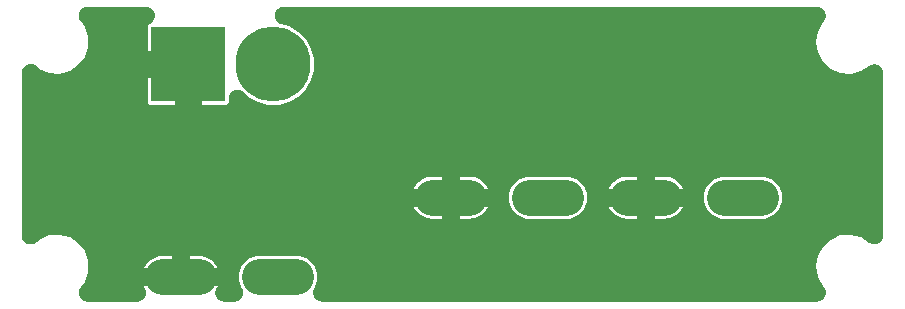
<source format=gbr>
G04 EAGLE Gerber RS-274X export*
G75*
%MOMM*%
%FSLAX34Y34*%
%LPD*%
%INBottom Copper*%
%IPPOS*%
%AMOC8*
5,1,8,0,0,1.08239X$1,22.5*%
G01*
%ADD10C,3.048000*%
%ADD11R,6.350000X6.350000*%
%ADD12C,6.350000*%

G36*
X139423Y40269D02*
X139423Y40269D01*
X139480Y40267D01*
X139812Y40289D01*
X140145Y40306D01*
X140202Y40314D01*
X140259Y40318D01*
X140587Y40374D01*
X140916Y40425D01*
X140972Y40440D01*
X141028Y40449D01*
X141348Y40538D01*
X141671Y40623D01*
X141725Y40643D01*
X141780Y40658D01*
X142089Y40780D01*
X142402Y40897D01*
X142453Y40922D01*
X142507Y40943D01*
X142803Y41096D01*
X143101Y41244D01*
X143149Y41275D01*
X143200Y41301D01*
X143480Y41484D01*
X143761Y41661D01*
X143806Y41697D01*
X143854Y41728D01*
X144113Y41938D01*
X144374Y42144D01*
X144416Y42183D01*
X144460Y42219D01*
X144695Y42454D01*
X144936Y42686D01*
X144973Y42730D01*
X145013Y42770D01*
X145223Y43028D01*
X145438Y43283D01*
X145470Y43330D01*
X145507Y43375D01*
X145690Y43653D01*
X145877Y43928D01*
X145904Y43979D01*
X145936Y44027D01*
X146089Y44322D01*
X146248Y44615D01*
X146270Y44668D01*
X146296Y44719D01*
X146419Y45029D01*
X146546Y45337D01*
X146562Y45391D01*
X146584Y45445D01*
X146674Y45765D01*
X146769Y46084D01*
X146780Y46141D01*
X146795Y46196D01*
X146852Y46523D01*
X146914Y46851D01*
X146919Y46909D01*
X146929Y46965D01*
X146952Y47297D01*
X146981Y47629D01*
X146980Y47686D01*
X146984Y47743D01*
X146973Y48076D01*
X146967Y48409D01*
X146960Y48466D01*
X146958Y48523D01*
X146913Y48854D01*
X146873Y49184D01*
X146861Y49240D01*
X146853Y49297D01*
X146774Y49621D01*
X146701Y49945D01*
X146683Y50000D01*
X146669Y50055D01*
X146558Y50370D01*
X146452Y50685D01*
X146428Y50737D01*
X146409Y50791D01*
X146267Y51091D01*
X146128Y51395D01*
X146099Y51445D01*
X146075Y51496D01*
X145817Y51939D01*
X145473Y52486D01*
X144994Y53481D01*
X207606Y53481D01*
X207127Y52486D01*
X206783Y51939D01*
X206755Y51889D01*
X206723Y51841D01*
X206565Y51548D01*
X206402Y51258D01*
X206380Y51205D01*
X206352Y51155D01*
X206225Y50847D01*
X206093Y50541D01*
X206076Y50486D01*
X206054Y50433D01*
X205959Y50115D01*
X205859Y49796D01*
X205847Y49740D01*
X205831Y49685D01*
X205769Y49358D01*
X205702Y49032D01*
X205696Y48975D01*
X205686Y48919D01*
X205657Y48587D01*
X205624Y48255D01*
X205624Y48198D01*
X205619Y48141D01*
X205625Y47809D01*
X205626Y47475D01*
X205632Y47418D01*
X205633Y47361D01*
X205673Y47031D01*
X205708Y46699D01*
X205720Y46642D01*
X205727Y46586D01*
X205800Y46262D01*
X205869Y45935D01*
X205886Y45880D01*
X205899Y45825D01*
X206005Y45509D01*
X206107Y45192D01*
X206130Y45139D01*
X206148Y45085D01*
X206287Y44781D01*
X206420Y44477D01*
X206448Y44427D01*
X206472Y44375D01*
X206641Y44086D01*
X206804Y43797D01*
X206838Y43751D01*
X206866Y43701D01*
X207063Y43433D01*
X207256Y43161D01*
X207294Y43118D01*
X207328Y43072D01*
X207551Y42825D01*
X207771Y42574D01*
X207813Y42535D01*
X207851Y42493D01*
X208099Y42270D01*
X208343Y42043D01*
X208389Y42009D01*
X208431Y41970D01*
X208700Y41774D01*
X208966Y41574D01*
X209015Y41544D01*
X209061Y41510D01*
X209349Y41342D01*
X209634Y41170D01*
X209686Y41145D01*
X209735Y41117D01*
X210039Y40979D01*
X210340Y40837D01*
X210394Y40818D01*
X210446Y40794D01*
X210762Y40688D01*
X211076Y40578D01*
X211132Y40564D01*
X211186Y40546D01*
X211512Y40473D01*
X211835Y40395D01*
X211892Y40388D01*
X211948Y40375D01*
X212278Y40336D01*
X212609Y40291D01*
X212666Y40290D01*
X212723Y40283D01*
X213234Y40266D01*
X221541Y40266D01*
X221738Y40276D01*
X221934Y40276D01*
X222127Y40296D01*
X222321Y40306D01*
X222515Y40336D01*
X222711Y40356D01*
X222901Y40396D01*
X223092Y40425D01*
X223282Y40475D01*
X223475Y40515D01*
X223659Y40574D01*
X223847Y40623D01*
X224031Y40692D01*
X224219Y40752D01*
X224396Y40829D01*
X224578Y40897D01*
X224754Y40985D01*
X224934Y41063D01*
X225103Y41158D01*
X225277Y41244D01*
X225443Y41349D01*
X225614Y41446D01*
X225772Y41558D01*
X225936Y41661D01*
X226091Y41783D01*
X226252Y41896D01*
X226397Y42024D01*
X226550Y42144D01*
X226692Y42281D01*
X226840Y42410D01*
X226972Y42551D01*
X227111Y42686D01*
X227238Y42837D01*
X227372Y42981D01*
X227489Y43135D01*
X227614Y43283D01*
X227724Y43446D01*
X227843Y43603D01*
X227944Y43768D01*
X228053Y43928D01*
X228146Y44102D01*
X228248Y44270D01*
X228331Y44445D01*
X228423Y44615D01*
X228498Y44797D01*
X228583Y44975D01*
X228647Y45158D01*
X228722Y45337D01*
X228778Y45525D01*
X228844Y45711D01*
X228889Y45899D01*
X228945Y46084D01*
X228981Y46278D01*
X229028Y46469D01*
X229054Y46661D01*
X229090Y46851D01*
X229107Y47048D01*
X229133Y47242D01*
X229140Y47436D01*
X229156Y47629D01*
X229153Y47826D01*
X229159Y48022D01*
X229146Y48216D01*
X229142Y48409D01*
X229119Y48605D01*
X229105Y48801D01*
X229072Y48992D01*
X229049Y49184D01*
X229005Y49376D01*
X228972Y49570D01*
X228919Y49756D01*
X228876Y49945D01*
X228814Y50132D01*
X228760Y50321D01*
X228657Y50597D01*
X228627Y50685D01*
X228608Y50727D01*
X228580Y50801D01*
X225779Y57563D01*
X225779Y64637D01*
X228486Y71172D01*
X233488Y76174D01*
X240023Y78881D01*
X277577Y78881D01*
X284112Y76174D01*
X289114Y71172D01*
X291821Y64637D01*
X291821Y57563D01*
X289020Y50801D01*
X288954Y50615D01*
X288878Y50433D01*
X288823Y50248D01*
X288758Y50065D01*
X288712Y49874D01*
X288655Y49685D01*
X288619Y49495D01*
X288574Y49307D01*
X288547Y49112D01*
X288510Y48919D01*
X288494Y48726D01*
X288467Y48534D01*
X288461Y48337D01*
X288444Y48141D01*
X288447Y47948D01*
X288441Y47754D01*
X288454Y47557D01*
X288458Y47361D01*
X288481Y47168D01*
X288494Y46975D01*
X288528Y46781D01*
X288551Y46586D01*
X288594Y46397D01*
X288627Y46206D01*
X288680Y46017D01*
X288724Y45825D01*
X288785Y45641D01*
X288838Y45455D01*
X288910Y45271D01*
X288973Y45085D01*
X289053Y44909D01*
X289124Y44729D01*
X289215Y44554D01*
X289296Y44375D01*
X289395Y44207D01*
X289484Y44036D01*
X289591Y43871D01*
X289691Y43701D01*
X289806Y43545D01*
X289912Y43383D01*
X290036Y43231D01*
X290152Y43072D01*
X290282Y42928D01*
X290405Y42778D01*
X290544Y42639D01*
X290676Y42493D01*
X290820Y42363D01*
X290957Y42226D01*
X291110Y42102D01*
X291256Y41970D01*
X291412Y41856D01*
X291562Y41734D01*
X291727Y41626D01*
X291886Y41510D01*
X292053Y41413D01*
X292215Y41306D01*
X292390Y41216D01*
X292560Y41117D01*
X292736Y41037D01*
X292908Y40948D01*
X293092Y40876D01*
X293271Y40794D01*
X293454Y40733D01*
X293635Y40662D01*
X293824Y40609D01*
X294011Y40546D01*
X294199Y40504D01*
X294386Y40452D01*
X294580Y40418D01*
X294772Y40375D01*
X294964Y40352D01*
X295155Y40319D01*
X295352Y40306D01*
X295547Y40283D01*
X295841Y40273D01*
X295934Y40267D01*
X295980Y40268D01*
X296059Y40266D01*
X714873Y40266D01*
X715161Y40281D01*
X715450Y40288D01*
X715550Y40300D01*
X715652Y40306D01*
X715938Y40350D01*
X716224Y40386D01*
X716323Y40410D01*
X716423Y40425D01*
X716703Y40498D01*
X716984Y40564D01*
X717080Y40597D01*
X717178Y40623D01*
X717449Y40724D01*
X717722Y40818D01*
X717814Y40861D01*
X717909Y40897D01*
X718168Y41026D01*
X718430Y41147D01*
X718517Y41199D01*
X718608Y41244D01*
X718852Y41399D01*
X719100Y41546D01*
X719182Y41607D01*
X719268Y41661D01*
X719495Y41840D01*
X719727Y42012D01*
X719802Y42081D01*
X719882Y42144D01*
X720089Y42344D01*
X720302Y42539D01*
X720369Y42615D01*
X720443Y42686D01*
X720629Y42907D01*
X720820Y43123D01*
X720880Y43205D01*
X720945Y43283D01*
X721108Y43522D01*
X721276Y43756D01*
X721327Y43844D01*
X721384Y43928D01*
X721521Y44183D01*
X721665Y44433D01*
X721706Y44526D01*
X721755Y44615D01*
X721865Y44882D01*
X721983Y45146D01*
X722014Y45243D01*
X722053Y45337D01*
X722136Y45613D01*
X722226Y45888D01*
X722247Y45987D01*
X722276Y46084D01*
X722330Y46368D01*
X722391Y46650D01*
X722403Y46751D01*
X722422Y46851D01*
X722446Y47139D01*
X722478Y47426D01*
X722479Y47528D01*
X722488Y47629D01*
X722483Y47917D01*
X722485Y48206D01*
X722476Y48308D01*
X722474Y48409D01*
X722439Y48696D01*
X722412Y48983D01*
X722393Y49083D01*
X722380Y49184D01*
X722317Y49465D01*
X722260Y49749D01*
X722231Y49846D01*
X722208Y49945D01*
X722116Y50219D01*
X722031Y50495D01*
X721991Y50589D01*
X721959Y50685D01*
X721839Y50948D01*
X721726Y51214D01*
X721678Y51302D01*
X721635Y51395D01*
X721489Y51645D01*
X721350Y51897D01*
X721292Y51981D01*
X721241Y52069D01*
X721070Y52302D01*
X720906Y52539D01*
X720839Y52616D01*
X720779Y52698D01*
X720586Y52912D01*
X720398Y53132D01*
X720303Y53225D01*
X720256Y53277D01*
X720187Y53339D01*
X720046Y53477D01*
X715806Y61314D01*
X714340Y70100D01*
X715806Y78886D01*
X720046Y86721D01*
X726599Y92754D01*
X734757Y96332D01*
X743635Y97068D01*
X752270Y94881D01*
X759448Y90192D01*
X759555Y90129D01*
X759659Y90059D01*
X759893Y89932D01*
X760122Y89799D01*
X760235Y89748D01*
X760345Y89688D01*
X760591Y89587D01*
X760833Y89477D01*
X760951Y89438D01*
X761067Y89390D01*
X761322Y89314D01*
X761573Y89230D01*
X761695Y89203D01*
X761815Y89167D01*
X762076Y89117D01*
X762335Y89059D01*
X762459Y89045D01*
X762581Y89022D01*
X762846Y88999D01*
X763110Y88968D01*
X763235Y88966D01*
X763359Y88955D01*
X763624Y88960D01*
X763890Y88956D01*
X764015Y88967D01*
X764139Y88969D01*
X764403Y89001D01*
X764668Y89024D01*
X764791Y89048D01*
X764914Y89063D01*
X765173Y89121D01*
X765434Y89171D01*
X765554Y89207D01*
X765675Y89235D01*
X765927Y89320D01*
X766182Y89396D01*
X766297Y89444D01*
X766415Y89484D01*
X766657Y89594D01*
X766902Y89697D01*
X767012Y89756D01*
X767125Y89808D01*
X767355Y89942D01*
X767588Y90069D01*
X767691Y90139D01*
X767799Y90202D01*
X768013Y90360D01*
X768232Y90510D01*
X768328Y90590D01*
X768428Y90664D01*
X768625Y90842D01*
X768828Y91014D01*
X768915Y91104D01*
X769007Y91187D01*
X769185Y91384D01*
X769369Y91576D01*
X769446Y91674D01*
X769530Y91767D01*
X769686Y91981D01*
X769850Y92191D01*
X769916Y92297D01*
X769990Y92397D01*
X770124Y92627D01*
X770265Y92852D01*
X770320Y92964D01*
X770383Y93071D01*
X770493Y93314D01*
X770611Y93552D01*
X770654Y93668D01*
X770706Y93782D01*
X770790Y94034D01*
X770883Y94283D01*
X770914Y94404D01*
X770954Y94522D01*
X771012Y94781D01*
X771079Y95039D01*
X771098Y95162D01*
X771125Y95284D01*
X771156Y95547D01*
X771196Y95810D01*
X771202Y95935D01*
X771217Y96059D01*
X771234Y96570D01*
X771234Y233630D01*
X771228Y233754D01*
X771230Y233879D01*
X771208Y234144D01*
X771194Y234409D01*
X771175Y234532D01*
X771165Y234657D01*
X771116Y234918D01*
X771075Y235180D01*
X771043Y235301D01*
X771020Y235424D01*
X770944Y235678D01*
X770877Y235935D01*
X770833Y236052D01*
X770798Y236172D01*
X770696Y236417D01*
X770603Y236666D01*
X770548Y236778D01*
X770500Y236893D01*
X770374Y237127D01*
X770256Y237365D01*
X770189Y237471D01*
X770130Y237580D01*
X769981Y237800D01*
X769839Y238025D01*
X769762Y238123D01*
X769692Y238226D01*
X769521Y238429D01*
X769356Y238639D01*
X769270Y238728D01*
X769190Y238824D01*
X768999Y239008D01*
X768814Y239200D01*
X768718Y239280D01*
X768629Y239367D01*
X768420Y239531D01*
X768217Y239702D01*
X768114Y239772D01*
X768016Y239850D01*
X767791Y239992D01*
X767572Y240141D01*
X767462Y240200D01*
X767356Y240267D01*
X767119Y240386D01*
X766885Y240512D01*
X766769Y240559D01*
X766658Y240615D01*
X766409Y240708D01*
X766163Y240810D01*
X766044Y240846D01*
X765927Y240890D01*
X765670Y240957D01*
X765416Y241033D01*
X765293Y241056D01*
X765172Y241088D01*
X764910Y241129D01*
X764649Y241178D01*
X764525Y241189D01*
X764401Y241208D01*
X764135Y241222D01*
X763871Y241245D01*
X763747Y241242D01*
X763622Y241249D01*
X763356Y241236D01*
X763091Y241231D01*
X762967Y241216D01*
X762842Y241210D01*
X762579Y241169D01*
X762316Y241137D01*
X762194Y241110D01*
X762071Y241091D01*
X761814Y241024D01*
X761555Y240965D01*
X761436Y240925D01*
X761316Y240894D01*
X761067Y240801D01*
X760815Y240716D01*
X760701Y240664D01*
X760585Y240620D01*
X760347Y240503D01*
X760105Y240392D01*
X759997Y240329D01*
X759885Y240274D01*
X759448Y240008D01*
X752270Y235319D01*
X743635Y233132D01*
X734757Y233868D01*
X726599Y237446D01*
X720046Y243479D01*
X715806Y251314D01*
X714340Y260100D01*
X715806Y268886D01*
X720047Y276724D01*
X720235Y276915D01*
X720443Y277116D01*
X720508Y277194D01*
X720579Y277267D01*
X720759Y277492D01*
X720945Y277713D01*
X721003Y277797D01*
X721066Y277877D01*
X721221Y278119D01*
X721384Y278359D01*
X721433Y278448D01*
X721487Y278534D01*
X721617Y278791D01*
X721755Y279045D01*
X721794Y279140D01*
X721840Y279230D01*
X721943Y279499D01*
X722053Y279767D01*
X722082Y279864D01*
X722119Y279959D01*
X722194Y280238D01*
X722276Y280515D01*
X722295Y280615D01*
X722322Y280713D01*
X722368Y280998D01*
X722422Y281281D01*
X722430Y281383D01*
X722446Y281483D01*
X722463Y281772D01*
X722488Y282059D01*
X722486Y282161D01*
X722492Y282262D01*
X722479Y282551D01*
X722474Y282839D01*
X722462Y282940D01*
X722457Y283042D01*
X722415Y283328D01*
X722380Y283614D01*
X722358Y283713D01*
X722343Y283814D01*
X722272Y284094D01*
X722208Y284375D01*
X722176Y284472D01*
X722151Y284570D01*
X722051Y284842D01*
X721959Y285115D01*
X721917Y285208D01*
X721882Y285303D01*
X721755Y285562D01*
X721635Y285825D01*
X721584Y285913D01*
X721539Y286004D01*
X721387Y286250D01*
X721241Y286499D01*
X721181Y286581D01*
X721127Y286667D01*
X720950Y286895D01*
X720779Y287128D01*
X720711Y287204D01*
X720649Y287284D01*
X720449Y287493D01*
X720256Y287707D01*
X720180Y287775D01*
X720110Y287849D01*
X719890Y288037D01*
X719676Y288230D01*
X719594Y288289D01*
X719516Y288356D01*
X719278Y288520D01*
X719046Y288690D01*
X718958Y288741D01*
X718874Y288799D01*
X718621Y288938D01*
X718372Y289083D01*
X718279Y289125D01*
X718190Y289174D01*
X717924Y289286D01*
X717661Y289406D01*
X717564Y289438D01*
X717471Y289478D01*
X717194Y289562D01*
X716921Y289654D01*
X716822Y289676D01*
X716724Y289706D01*
X716441Y289762D01*
X716159Y289825D01*
X716058Y289837D01*
X715959Y289856D01*
X715671Y289883D01*
X715384Y289917D01*
X715252Y289921D01*
X715181Y289928D01*
X715088Y289927D01*
X714873Y289934D01*
X263558Y289934D01*
X263384Y289925D01*
X263210Y289926D01*
X262995Y289905D01*
X262778Y289894D01*
X262606Y289868D01*
X262433Y289851D01*
X262221Y289808D01*
X262007Y289775D01*
X261838Y289731D01*
X261668Y289696D01*
X261461Y289632D01*
X261252Y289577D01*
X261089Y289516D01*
X260923Y289464D01*
X260724Y289379D01*
X260521Y289303D01*
X260365Y289226D01*
X260205Y289157D01*
X260016Y289052D01*
X259822Y288956D01*
X259675Y288863D01*
X259523Y288778D01*
X259346Y288655D01*
X259162Y288539D01*
X259025Y288431D01*
X258883Y288332D01*
X258719Y288191D01*
X258549Y288056D01*
X258424Y287935D01*
X258292Y287822D01*
X258144Y287665D01*
X257988Y287514D01*
X257875Y287381D01*
X257756Y287254D01*
X257625Y287083D01*
X257485Y286917D01*
X257387Y286773D01*
X257281Y286635D01*
X257168Y286451D01*
X257046Y286272D01*
X256963Y286118D01*
X256872Y285970D01*
X256778Y285775D01*
X256676Y285585D01*
X256609Y285424D01*
X256534Y285267D01*
X256460Y285064D01*
X256377Y284863D01*
X256327Y284697D01*
X256268Y284533D01*
X256216Y284323D01*
X256154Y284116D01*
X256122Y283945D01*
X256080Y283776D01*
X256049Y283561D01*
X256009Y283349D01*
X255994Y283175D01*
X255969Y283003D01*
X255961Y282787D01*
X255943Y282571D01*
X255946Y282397D01*
X255939Y282223D01*
X255953Y282007D01*
X255956Y281791D01*
X255977Y281618D01*
X255988Y281444D01*
X256024Y281231D01*
X256050Y281016D01*
X256088Y280846D01*
X256117Y280675D01*
X256174Y280466D01*
X256222Y280255D01*
X256278Y280090D01*
X256324Y279922D01*
X256402Y279720D01*
X256471Y279515D01*
X256544Y279357D01*
X256607Y279195D01*
X256705Y279002D01*
X256795Y278805D01*
X256883Y278654D01*
X256962Y278500D01*
X257080Y278318D01*
X257190Y278131D01*
X257292Y277991D01*
X257387Y277845D01*
X257523Y277676D01*
X257651Y277502D01*
X257768Y277373D01*
X257877Y277237D01*
X258029Y277084D01*
X258174Y276923D01*
X258304Y276807D01*
X258426Y276683D01*
X258594Y276545D01*
X258754Y276401D01*
X258895Y276298D01*
X259029Y276188D01*
X259210Y276068D01*
X259385Y275940D01*
X259535Y275852D01*
X259680Y275756D01*
X259871Y275656D01*
X260059Y275547D01*
X260217Y275475D01*
X260371Y275394D01*
X260572Y275314D01*
X260769Y275224D01*
X260935Y275169D01*
X261096Y275104D01*
X261433Y275002D01*
X261509Y274976D01*
X261539Y274970D01*
X261586Y274955D01*
X267936Y273254D01*
X275755Y268739D01*
X282139Y262355D01*
X286654Y254536D01*
X288991Y245815D01*
X288991Y236785D01*
X286654Y228064D01*
X282139Y220245D01*
X275755Y213861D01*
X267936Y209346D01*
X259215Y207009D01*
X250185Y207009D01*
X241464Y209346D01*
X233645Y213861D01*
X229998Y217508D01*
X229900Y217596D01*
X229809Y217690D01*
X229610Y217857D01*
X229418Y218031D01*
X229312Y218108D01*
X229212Y218193D01*
X228997Y218339D01*
X228788Y218492D01*
X228675Y218558D01*
X228566Y218632D01*
X228338Y218755D01*
X228115Y218886D01*
X227995Y218940D01*
X227880Y219002D01*
X227640Y219102D01*
X227404Y219209D01*
X227280Y219251D01*
X227158Y219301D01*
X226909Y219375D01*
X226664Y219457D01*
X226537Y219486D01*
X226410Y219524D01*
X226156Y219572D01*
X225903Y219629D01*
X225773Y219645D01*
X225644Y219669D01*
X225386Y219691D01*
X225128Y219722D01*
X224997Y219724D01*
X224866Y219735D01*
X224607Y219731D01*
X224348Y219735D01*
X224217Y219724D01*
X224086Y219722D01*
X223828Y219690D01*
X223570Y219668D01*
X223441Y219644D01*
X223311Y219628D01*
X223058Y219571D01*
X222803Y219522D01*
X222678Y219485D01*
X222550Y219456D01*
X222304Y219373D01*
X222056Y219299D01*
X221934Y219248D01*
X221810Y219206D01*
X221574Y219099D01*
X221335Y219000D01*
X221219Y218937D01*
X221100Y218883D01*
X220876Y218752D01*
X220648Y218629D01*
X220540Y218555D01*
X220426Y218488D01*
X220217Y218335D01*
X220003Y218189D01*
X219903Y218104D01*
X219797Y218027D01*
X219605Y217853D01*
X219406Y217686D01*
X219315Y217592D01*
X219218Y217504D01*
X219044Y217311D01*
X218864Y217124D01*
X218783Y217021D01*
X218695Y216924D01*
X218543Y216714D01*
X218383Y216510D01*
X218313Y216399D01*
X218235Y216293D01*
X218104Y216070D01*
X217966Y215850D01*
X217908Y215733D01*
X217842Y215619D01*
X217735Y215383D01*
X217619Y215151D01*
X217574Y215028D01*
X217519Y214909D01*
X217437Y214663D01*
X217346Y214420D01*
X217313Y214293D01*
X217271Y214169D01*
X217214Y213916D01*
X217149Y213665D01*
X217129Y213535D01*
X217100Y213407D01*
X217070Y213150D01*
X217030Y212894D01*
X217023Y212762D01*
X217008Y212632D01*
X216991Y212120D01*
X216991Y209300D01*
X216893Y208809D01*
X216702Y208347D01*
X216424Y207930D01*
X216070Y207576D01*
X215653Y207298D01*
X215191Y207107D01*
X214700Y207009D01*
X194129Y207009D01*
X194129Y237490D01*
X194116Y237752D01*
X194111Y238014D01*
X194096Y238141D01*
X194089Y238269D01*
X194049Y238529D01*
X194018Y238789D01*
X193989Y238914D01*
X193970Y239041D01*
X193903Y239295D01*
X193845Y239550D01*
X193804Y239672D01*
X193772Y239796D01*
X193680Y240041D01*
X193596Y240290D01*
X193543Y240406D01*
X193498Y240526D01*
X193381Y240761D01*
X193273Y241000D01*
X193208Y241111D01*
X193151Y241225D01*
X193011Y241447D01*
X192878Y241673D01*
X192802Y241777D01*
X192734Y241885D01*
X192572Y242091D01*
X192417Y242303D01*
X192331Y242398D01*
X192251Y242499D01*
X192069Y242687D01*
X191893Y242882D01*
X191798Y242968D01*
X191709Y243060D01*
X191508Y243229D01*
X191313Y243404D01*
X191210Y243480D01*
X191112Y243562D01*
X190895Y243710D01*
X190683Y243865D01*
X190573Y243929D01*
X190467Y244001D01*
X190235Y244126D01*
X190009Y244258D01*
X189892Y244311D01*
X189780Y244372D01*
X189537Y244472D01*
X189298Y244581D01*
X189177Y244621D01*
X189058Y244670D01*
X188807Y244745D01*
X188558Y244829D01*
X188433Y244857D01*
X188311Y244893D01*
X188052Y244942D01*
X187797Y245000D01*
X187670Y245015D01*
X187544Y245039D01*
X187282Y245061D01*
X187022Y245092D01*
X186850Y245098D01*
X186766Y245105D01*
X186682Y245103D01*
X186510Y245109D01*
X186509Y245109D01*
X186509Y245110D01*
X186496Y245372D01*
X186491Y245634D01*
X186476Y245761D01*
X186469Y245889D01*
X186429Y246149D01*
X186397Y246409D01*
X186369Y246534D01*
X186350Y246661D01*
X186283Y246915D01*
X186225Y247170D01*
X186184Y247292D01*
X186152Y247416D01*
X186060Y247662D01*
X185976Y247910D01*
X185923Y248027D01*
X185878Y248147D01*
X185761Y248381D01*
X185652Y248620D01*
X185587Y248731D01*
X185531Y248845D01*
X185390Y249067D01*
X185258Y249294D01*
X185182Y249397D01*
X185114Y249505D01*
X184951Y249712D01*
X184796Y249923D01*
X184710Y250018D01*
X184631Y250119D01*
X184449Y250308D01*
X184273Y250502D01*
X184178Y250588D01*
X184089Y250680D01*
X183888Y250849D01*
X183693Y251025D01*
X183590Y251100D01*
X183492Y251183D01*
X183274Y251330D01*
X183063Y251485D01*
X182952Y251549D01*
X182846Y251621D01*
X182615Y251746D01*
X182389Y251878D01*
X182272Y251931D01*
X182159Y251992D01*
X181917Y252092D01*
X181678Y252201D01*
X181557Y252241D01*
X181438Y252290D01*
X181187Y252366D01*
X180938Y252449D01*
X180813Y252477D01*
X180690Y252513D01*
X180432Y252562D01*
X180177Y252620D01*
X180049Y252635D01*
X179923Y252659D01*
X179662Y252681D01*
X179402Y252712D01*
X179230Y252718D01*
X179146Y252725D01*
X179062Y252723D01*
X178890Y252729D01*
X148409Y252729D01*
X148409Y273300D01*
X148507Y273791D01*
X148698Y274253D01*
X148976Y274670D01*
X149330Y275024D01*
X149758Y275310D01*
X149805Y275327D01*
X150095Y275471D01*
X150389Y275611D01*
X150445Y275645D01*
X150504Y275674D01*
X150778Y275847D01*
X151056Y276016D01*
X151108Y276056D01*
X151164Y276091D01*
X151418Y276292D01*
X151677Y276488D01*
X151726Y276533D01*
X151777Y276574D01*
X152011Y276799D01*
X152248Y277021D01*
X152291Y277070D01*
X152338Y277116D01*
X152548Y277365D01*
X152761Y277609D01*
X152799Y277663D01*
X152841Y277713D01*
X153024Y277982D01*
X153211Y278247D01*
X153243Y278304D01*
X153280Y278359D01*
X153434Y278644D01*
X153593Y278927D01*
X153619Y278987D01*
X153650Y279045D01*
X153775Y279345D01*
X153904Y279643D01*
X153924Y279706D01*
X153949Y279767D01*
X154042Y280078D01*
X154140Y280387D01*
X154153Y280451D01*
X154172Y280515D01*
X154233Y280834D01*
X154298Y281151D01*
X154305Y281217D01*
X154317Y281281D01*
X154345Y281605D01*
X154378Y281928D01*
X154378Y281994D01*
X154383Y282059D01*
X154378Y282383D01*
X154378Y282708D01*
X154371Y282774D01*
X154370Y282839D01*
X154331Y283161D01*
X154297Y283485D01*
X154284Y283549D01*
X154276Y283614D01*
X154204Y283931D01*
X154138Y284249D01*
X154118Y284311D01*
X154104Y284375D01*
X154000Y284684D01*
X153902Y284992D01*
X153876Y285053D01*
X153855Y285115D01*
X153720Y285411D01*
X153590Y285708D01*
X153558Y285765D01*
X153531Y285825D01*
X153366Y286106D01*
X153208Y286388D01*
X153170Y286442D01*
X153136Y286499D01*
X152944Y286761D01*
X152757Y287026D01*
X152714Y287075D01*
X152675Y287128D01*
X152457Y287369D01*
X152244Y287613D01*
X152196Y287658D01*
X152152Y287707D01*
X151911Y287924D01*
X151673Y288146D01*
X151620Y288186D01*
X151572Y288230D01*
X151310Y288421D01*
X151051Y288617D01*
X150994Y288651D01*
X150941Y288690D01*
X150662Y288853D01*
X150384Y289022D01*
X150324Y289050D01*
X150267Y289083D01*
X149972Y289217D01*
X149679Y289357D01*
X149617Y289379D01*
X149557Y289406D01*
X149249Y289509D01*
X148943Y289617D01*
X148879Y289633D01*
X148817Y289654D01*
X148500Y289725D01*
X148185Y289802D01*
X148119Y289810D01*
X148055Y289825D01*
X147733Y289863D01*
X147411Y289907D01*
X147345Y289909D01*
X147280Y289917D01*
X146768Y289934D01*
X97588Y289934D01*
X97539Y289932D01*
X97489Y289934D01*
X97148Y289912D01*
X96808Y289894D01*
X96760Y289887D01*
X96711Y289884D01*
X96374Y289827D01*
X96037Y289775D01*
X95989Y289762D01*
X95941Y289754D01*
X95613Y289664D01*
X95282Y289577D01*
X95236Y289560D01*
X95188Y289547D01*
X94871Y289423D01*
X94551Y289303D01*
X94507Y289281D01*
X94461Y289263D01*
X94158Y289108D01*
X93852Y288956D01*
X93811Y288929D01*
X93767Y288907D01*
X93481Y288721D01*
X93193Y288539D01*
X93154Y288508D01*
X93113Y288482D01*
X92847Y288267D01*
X92579Y288056D01*
X92543Y288022D01*
X92505Y287991D01*
X92264Y287752D01*
X92018Y287514D01*
X91986Y287476D01*
X91951Y287442D01*
X91736Y287179D01*
X91515Y286917D01*
X91487Y286876D01*
X91456Y286838D01*
X91269Y286554D01*
X91076Y286272D01*
X91053Y286228D01*
X91026Y286187D01*
X90868Y285885D01*
X90706Y285585D01*
X90687Y285539D01*
X90664Y285496D01*
X90538Y285179D01*
X90407Y284863D01*
X90393Y284816D01*
X90375Y284771D01*
X90282Y284443D01*
X90184Y284116D01*
X90175Y284067D01*
X90162Y284020D01*
X90102Y283683D01*
X90039Y283349D01*
X90035Y283300D01*
X90026Y283251D01*
X90002Y282910D01*
X89973Y282571D01*
X89974Y282522D01*
X89970Y282473D01*
X89981Y282131D01*
X89987Y281791D01*
X89992Y281742D01*
X89994Y281693D01*
X90039Y281354D01*
X90080Y281016D01*
X90091Y280968D01*
X90097Y280919D01*
X90177Y280587D01*
X90252Y280255D01*
X90268Y280208D01*
X90280Y280160D01*
X90393Y279837D01*
X90502Y279515D01*
X90522Y279470D01*
X90538Y279424D01*
X90684Y279115D01*
X90825Y278805D01*
X90850Y278762D01*
X90871Y278718D01*
X91047Y278426D01*
X91220Y278131D01*
X91249Y278092D01*
X91274Y278050D01*
X91575Y277635D01*
X95199Y272979D01*
X98091Y264554D01*
X98091Y255646D01*
X95199Y247221D01*
X89727Y240191D01*
X82270Y235319D01*
X73635Y233132D01*
X64757Y233868D01*
X56599Y237446D01*
X54345Y239521D01*
X54067Y239752D01*
X53787Y239988D01*
X53765Y240003D01*
X53745Y240019D01*
X53444Y240221D01*
X53141Y240427D01*
X53118Y240439D01*
X53096Y240454D01*
X52775Y240625D01*
X52455Y240797D01*
X52430Y240807D01*
X52407Y240820D01*
X52070Y240957D01*
X51733Y241096D01*
X51708Y241103D01*
X51684Y241113D01*
X51337Y241214D01*
X50985Y241319D01*
X50959Y241324D01*
X50934Y241331D01*
X50578Y241396D01*
X50219Y241464D01*
X50192Y241466D01*
X50167Y241471D01*
X49803Y241499D01*
X49441Y241530D01*
X49415Y241530D01*
X49388Y241532D01*
X49023Y241523D01*
X48661Y241516D01*
X48635Y241513D01*
X48608Y241513D01*
X48246Y241466D01*
X47886Y241423D01*
X47860Y241417D01*
X47834Y241414D01*
X47479Y241331D01*
X47125Y241251D01*
X47100Y241242D01*
X47074Y241236D01*
X46730Y241118D01*
X46385Y241001D01*
X46361Y240990D01*
X46336Y240982D01*
X46008Y240830D01*
X45675Y240678D01*
X45652Y240664D01*
X45628Y240653D01*
X45317Y240468D01*
X45001Y240283D01*
X44980Y240268D01*
X44958Y240254D01*
X44666Y240038D01*
X44372Y239822D01*
X44352Y239804D01*
X44331Y239788D01*
X44064Y239543D01*
X43793Y239298D01*
X43775Y239279D01*
X43756Y239261D01*
X43515Y238990D01*
X43270Y238719D01*
X43255Y238697D01*
X43238Y238678D01*
X43024Y238381D01*
X42810Y238088D01*
X42797Y238066D01*
X42782Y238044D01*
X42600Y237728D01*
X42417Y237414D01*
X42406Y237390D01*
X42393Y237368D01*
X42244Y237034D01*
X42094Y236704D01*
X42086Y236679D01*
X42075Y236655D01*
X41962Y236308D01*
X41846Y235964D01*
X41840Y235938D01*
X41832Y235913D01*
X41755Y235558D01*
X41675Y235202D01*
X41672Y235176D01*
X41666Y235150D01*
X41626Y234787D01*
X41583Y234427D01*
X41582Y234395D01*
X41580Y234375D01*
X41579Y234309D01*
X41566Y233915D01*
X41566Y96285D01*
X41584Y95920D01*
X41601Y95558D01*
X41604Y95532D01*
X41606Y95505D01*
X41662Y95144D01*
X41715Y94785D01*
X41721Y94760D01*
X41725Y94734D01*
X41818Y94380D01*
X41907Y94029D01*
X41916Y94004D01*
X41923Y93979D01*
X42051Y93637D01*
X42176Y93296D01*
X42188Y93273D01*
X42197Y93248D01*
X42360Y92921D01*
X42519Y92595D01*
X42533Y92573D01*
X42544Y92549D01*
X42739Y92241D01*
X42931Y91932D01*
X42947Y91912D01*
X42961Y91889D01*
X43187Y91602D01*
X43409Y91316D01*
X43427Y91297D01*
X43444Y91276D01*
X43697Y91014D01*
X43948Y90751D01*
X43968Y90734D01*
X43986Y90715D01*
X44265Y90480D01*
X44541Y90244D01*
X44563Y90229D01*
X44583Y90212D01*
X44885Y90007D01*
X45184Y89801D01*
X45207Y89788D01*
X45228Y89773D01*
X45550Y89600D01*
X45868Y89425D01*
X45892Y89415D01*
X45915Y89403D01*
X46253Y89263D01*
X46587Y89122D01*
X46612Y89114D01*
X46637Y89104D01*
X46987Y89000D01*
X47334Y88894D01*
X47359Y88889D01*
X47384Y88881D01*
X47743Y88813D01*
X48099Y88743D01*
X48125Y88741D01*
X48151Y88736D01*
X48514Y88705D01*
X48876Y88672D01*
X48903Y88672D01*
X48929Y88670D01*
X49292Y88676D01*
X49657Y88680D01*
X49683Y88683D01*
X49709Y88684D01*
X50070Y88727D01*
X50432Y88768D01*
X50458Y88774D01*
X50484Y88777D01*
X50838Y88857D01*
X51195Y88935D01*
X51220Y88944D01*
X51245Y88949D01*
X51589Y89065D01*
X51936Y89179D01*
X51960Y89190D01*
X51985Y89199D01*
X52316Y89350D01*
X52649Y89498D01*
X52671Y89511D01*
X52695Y89522D01*
X53010Y89707D01*
X53325Y89888D01*
X53346Y89903D01*
X53369Y89917D01*
X53662Y90132D01*
X53957Y90345D01*
X53982Y90366D01*
X53998Y90378D01*
X54046Y90421D01*
X54345Y90679D01*
X56599Y92754D01*
X64757Y96332D01*
X73635Y97068D01*
X82270Y94881D01*
X89727Y90009D01*
X95199Y82979D01*
X98091Y74554D01*
X98091Y65646D01*
X95199Y57221D01*
X91575Y52565D01*
X91547Y52524D01*
X91515Y52487D01*
X91323Y52204D01*
X91128Y51925D01*
X91104Y51882D01*
X91076Y51841D01*
X90914Y51541D01*
X90748Y51243D01*
X90729Y51198D01*
X90706Y51155D01*
X90575Y50840D01*
X90441Y50526D01*
X90426Y50479D01*
X90407Y50433D01*
X90310Y50106D01*
X90208Y49781D01*
X90198Y49733D01*
X90184Y49685D01*
X90121Y49350D01*
X90053Y49016D01*
X90048Y48967D01*
X90039Y48919D01*
X90010Y48578D01*
X89977Y48239D01*
X89977Y48190D01*
X89973Y48141D01*
X89979Y47800D01*
X89980Y47459D01*
X89986Y47410D01*
X89987Y47361D01*
X90027Y47022D01*
X90064Y46683D01*
X90074Y46635D01*
X90080Y46586D01*
X90155Y46253D01*
X90226Y45919D01*
X90241Y45873D01*
X90252Y45825D01*
X90361Y45501D01*
X90466Y45177D01*
X90486Y45132D01*
X90502Y45085D01*
X90643Y44774D01*
X90781Y44462D01*
X90805Y44420D01*
X90825Y44375D01*
X90999Y44079D01*
X91166Y43784D01*
X91195Y43744D01*
X91220Y43701D01*
X91422Y43426D01*
X91620Y43149D01*
X91652Y43112D01*
X91681Y43072D01*
X91910Y42819D01*
X92135Y42563D01*
X92172Y42529D01*
X92205Y42493D01*
X92458Y42265D01*
X92708Y42033D01*
X92748Y42003D01*
X92784Y41970D01*
X93060Y41769D01*
X93333Y41565D01*
X93375Y41539D01*
X93415Y41510D01*
X93710Y41338D01*
X94002Y41162D01*
X94046Y41142D01*
X94089Y41117D01*
X94401Y40975D01*
X94708Y40831D01*
X94754Y40815D01*
X94799Y40794D01*
X95124Y40685D01*
X95445Y40573D01*
X95493Y40562D01*
X95540Y40546D01*
X95872Y40472D01*
X96204Y40392D01*
X96253Y40386D01*
X96301Y40375D01*
X96638Y40335D01*
X96978Y40290D01*
X97027Y40289D01*
X97076Y40283D01*
X97588Y40266D01*
X139366Y40266D01*
X139423Y40269D01*
G37*
%LPC*%
G36*
X633723Y110629D02*
X633723Y110629D01*
X627188Y113336D01*
X622186Y118338D01*
X619479Y124873D01*
X619479Y131947D01*
X622186Y138482D01*
X627188Y143484D01*
X633723Y146191D01*
X671277Y146191D01*
X677812Y143484D01*
X682814Y138482D01*
X685521Y131947D01*
X685521Y124873D01*
X682814Y118338D01*
X677812Y113336D01*
X671277Y110629D01*
X633723Y110629D01*
G37*
%LPD*%
%LPC*%
G36*
X468723Y110629D02*
X468723Y110629D01*
X462188Y113336D01*
X457186Y118338D01*
X454479Y124873D01*
X454479Y131947D01*
X457186Y138482D01*
X462188Y143484D01*
X468723Y146191D01*
X506277Y146191D01*
X512812Y143484D01*
X517814Y138482D01*
X520521Y131947D01*
X520521Y124873D01*
X517814Y118338D01*
X512812Y113336D01*
X506277Y110629D01*
X468723Y110629D01*
G37*
%LPD*%
%LPC*%
G36*
X150700Y207009D02*
X150700Y207009D01*
X150209Y207107D01*
X149747Y207298D01*
X149330Y207576D01*
X148976Y207930D01*
X148698Y208347D01*
X148507Y208809D01*
X148409Y209300D01*
X148409Y229871D01*
X171271Y229871D01*
X171271Y207009D01*
X150700Y207009D01*
G37*
%LPD*%
%LPC*%
G36*
X183919Y68719D02*
X183919Y68719D01*
X183919Y78881D01*
X192539Y78881D01*
X194523Y78657D01*
X196470Y78213D01*
X198355Y77553D01*
X200155Y76687D01*
X201845Y75624D01*
X203407Y74379D01*
X204819Y72967D01*
X206064Y71405D01*
X207127Y69715D01*
X207606Y68719D01*
X183919Y68719D01*
G37*
%LPD*%
%LPC*%
G36*
X577619Y136029D02*
X577619Y136029D01*
X577619Y146191D01*
X586239Y146191D01*
X588223Y145967D01*
X590170Y145523D01*
X592055Y144863D01*
X593855Y143997D01*
X595545Y142934D01*
X597107Y141689D01*
X598519Y140277D01*
X599764Y138715D01*
X600827Y137025D01*
X601306Y136029D01*
X577619Y136029D01*
G37*
%LPD*%
%LPC*%
G36*
X412569Y136029D02*
X412569Y136029D01*
X412569Y146191D01*
X421189Y146191D01*
X423173Y145967D01*
X425120Y145523D01*
X427005Y144863D01*
X428805Y143997D01*
X430495Y142934D01*
X432057Y141689D01*
X433469Y140277D01*
X434714Y138715D01*
X435777Y137025D01*
X436256Y136029D01*
X412569Y136029D01*
G37*
%LPD*%
%LPC*%
G36*
X538694Y136029D02*
X538694Y136029D01*
X539173Y137025D01*
X540236Y138715D01*
X541481Y140277D01*
X542893Y141689D01*
X544455Y142934D01*
X546145Y143997D01*
X547945Y144863D01*
X549830Y145523D01*
X551777Y145967D01*
X553761Y146191D01*
X562381Y146191D01*
X562381Y136029D01*
X538694Y136029D01*
G37*
%LPD*%
%LPC*%
G36*
X373644Y136029D02*
X373644Y136029D01*
X374123Y137025D01*
X375186Y138715D01*
X376431Y140277D01*
X377843Y141689D01*
X379405Y142934D01*
X381095Y143997D01*
X382895Y144863D01*
X384780Y145523D01*
X386727Y145967D01*
X388711Y146191D01*
X397331Y146191D01*
X397331Y136029D01*
X373644Y136029D01*
G37*
%LPD*%
%LPC*%
G36*
X144994Y68719D02*
X144994Y68719D01*
X145473Y69715D01*
X146536Y71405D01*
X147781Y72967D01*
X149193Y74379D01*
X150755Y75624D01*
X152445Y76687D01*
X154245Y77553D01*
X156130Y78213D01*
X158077Y78657D01*
X160061Y78881D01*
X168681Y78881D01*
X168681Y68719D01*
X144994Y68719D01*
G37*
%LPD*%
%LPC*%
G36*
X577619Y110629D02*
X577619Y110629D01*
X577619Y120791D01*
X601306Y120791D01*
X600827Y119795D01*
X599764Y118105D01*
X598519Y116543D01*
X597107Y115131D01*
X595545Y113886D01*
X593855Y112823D01*
X592055Y111957D01*
X590170Y111297D01*
X588223Y110853D01*
X586239Y110629D01*
X577619Y110629D01*
G37*
%LPD*%
%LPC*%
G36*
X412569Y110629D02*
X412569Y110629D01*
X412569Y120791D01*
X436256Y120791D01*
X435777Y119795D01*
X434714Y118105D01*
X433469Y116543D01*
X432057Y115131D01*
X430495Y113886D01*
X428805Y112823D01*
X427005Y111957D01*
X425120Y111297D01*
X423173Y110853D01*
X421189Y110629D01*
X412569Y110629D01*
G37*
%LPD*%
%LPC*%
G36*
X388711Y110629D02*
X388711Y110629D01*
X386727Y110853D01*
X384780Y111297D01*
X382895Y111957D01*
X381095Y112823D01*
X379405Y113886D01*
X377843Y115131D01*
X376431Y116543D01*
X375186Y118105D01*
X374123Y119795D01*
X373644Y120791D01*
X397331Y120791D01*
X397331Y110629D01*
X388711Y110629D01*
G37*
%LPD*%
%LPC*%
G36*
X553761Y110629D02*
X553761Y110629D01*
X551777Y110853D01*
X549830Y111297D01*
X547945Y111957D01*
X546145Y112823D01*
X544455Y113886D01*
X542893Y115131D01*
X541481Y116543D01*
X540236Y118105D01*
X539173Y119795D01*
X538694Y120791D01*
X562381Y120791D01*
X562381Y110629D01*
X553761Y110629D01*
G37*
%LPD*%
D10*
X637260Y128410D02*
X667740Y128410D01*
X585240Y128410D02*
X554760Y128410D01*
X502740Y128410D02*
X472260Y128410D01*
X420190Y128410D02*
X389710Y128410D01*
D11*
X182700Y241300D03*
D12*
X254700Y241300D03*
D10*
X243560Y61100D02*
X274040Y61100D01*
X191540Y61100D02*
X161060Y61100D01*
M02*

</source>
